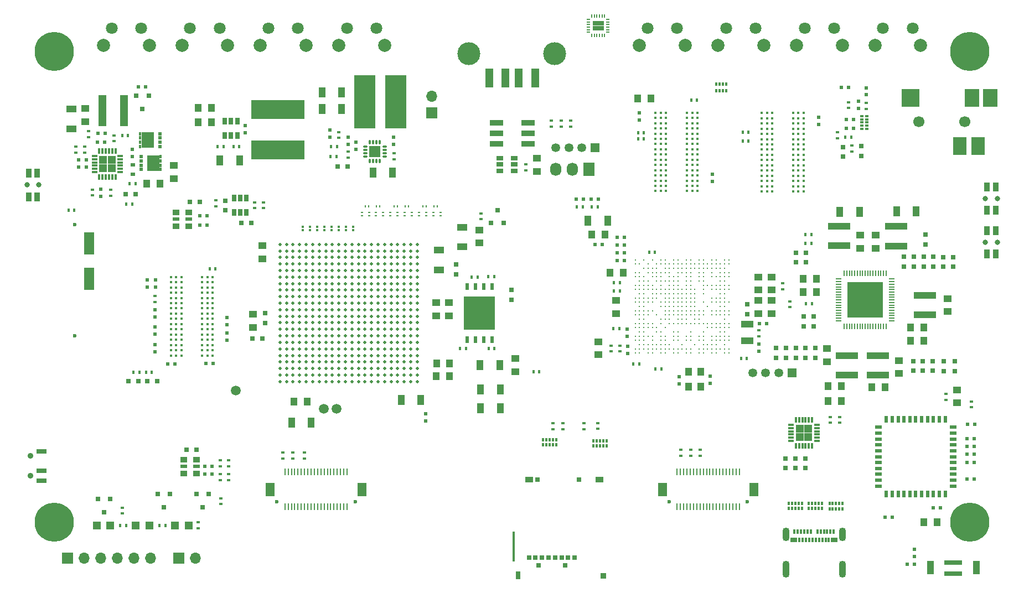
<source format=gts>
G04 #@! TF.FileFunction,Soldermask,Top*
%FSLAX46Y46*%
G04 Gerber Fmt 4.6, Leading zero omitted, Abs format (unit mm)*
G04 Created by KiCad (PCBNEW 4.0.5) date Sun Feb 12 14:34:10 2017*
%MOMM*%
%LPD*%
G01*
G04 APERTURE LIST*
%ADD10C,0.020000*%
%ADD11R,2.000000X0.900000*%
%ADD12R,0.600000X0.400000*%
%ADD13R,3.300000X8.200000*%
%ADD14R,0.800000X0.750000*%
%ADD15O,0.750000X0.300000*%
%ADD16O,0.300000X0.750000*%
%ADD17R,0.900000X0.900000*%
%ADD18C,0.400000*%
%ADD19R,0.500000X0.600000*%
%ADD20R,1.000000X1.250000*%
%ADD21R,0.400000X0.600000*%
%ADD22C,0.300000*%
%ADD23C,0.500000*%
%ADD24R,1.000000X2.000000*%
%ADD25R,2.800000X0.800000*%
%ADD26R,0.750000X0.800000*%
%ADD27R,0.600000X0.500000*%
%ADD28R,1.250000X1.000000*%
%ADD29R,1.000000X1.600000*%
%ADD30R,1.600000X1.000000*%
%ADD31R,1.198880X1.198880*%
%ADD32R,0.700000X0.600000*%
%ADD33R,0.300000X0.550000*%
%ADD34R,0.400000X0.550000*%
%ADD35R,0.250000X1.000000*%
%ADD36R,1.400000X2.100000*%
%ADD37C,0.600000*%
%ADD38C,1.700000*%
%ADD39R,2.200000X2.800000*%
%ADD40R,2.800000X2.800000*%
%ADD41R,2.000000X2.800000*%
%ADD42R,0.700000X0.750000*%
%ADD43R,0.700000X0.650000*%
%ADD44R,0.745000X1.150000*%
%ADD45R,0.950000X0.900000*%
%ADD46R,0.420000X4.630000*%
%ADD47R,1.300000X0.850000*%
%ADD48R,0.650000X0.750000*%
%ADD49R,1.200000X0.850000*%
%ADD50R,3.400000X1.100000*%
%ADD51R,1.180000X4.700000*%
%ADD52R,8.200000X3.000000*%
%ADD53R,1.350000X1.350000*%
%ADD54C,1.350000*%
%ADD55R,1.727200X2.032000*%
%ADD56O,1.727200X2.032000*%
%ADD57R,0.800100X0.800100*%
%ADD58R,0.630000X0.500000*%
%ADD59R,0.410000X0.500000*%
%ADD60R,1.900000X2.450000*%
%ADD61R,0.320000X0.500000*%
%ADD62R,1.500000X0.700000*%
%ADD63C,0.900000*%
%ADD64C,1.800000*%
%ADD65C,2.000000*%
%ADD66R,0.850000X0.300000*%
%ADD67R,0.300000X0.850000*%
%ADD68R,1.300000X1.300000*%
%ADD69O,0.200000X1.000000*%
%ADD70O,1.000000X0.200000*%
%ADD71R,5.490000X5.490000*%
%ADD72R,1.060000X0.650000*%
%ADD73R,0.500000X1.125000*%
%ADD74R,1.125000X0.500000*%
%ADD75R,0.500000X1.000000*%
%ADD76R,4.800000X5.160000*%
%ADD77R,0.650000X1.060000*%
%ADD78R,0.550000X0.200000*%
%ADD79R,0.200000X0.550000*%
%ADD80R,0.875000X0.800000*%
%ADD81R,1.050000X1.300000*%
%ADD82R,1.000000X0.500000*%
%ADD83R,1.000000X0.900000*%
%ADD84R,1.900000X1.100000*%
%ADD85R,1.250000X3.000000*%
%ADD86C,3.500000*%
%ADD87R,0.300000X0.700000*%
%ADD88R,1.000000X0.700000*%
%ADD89O,1.100000X2.100000*%
%ADD90O,1.100000X2.600000*%
%ADD91R,0.550000X0.300000*%
%ADD92R,0.550000X0.400000*%
%ADD93R,0.900000X1.400000*%
%ADD94C,0.800000*%
%ADD95C,6.000000*%
%ADD96R,0.430000X0.280000*%
%ADD97R,0.280000X0.430000*%
%ADD98R,1.700000X1.700000*%
%ADD99O,1.700000X1.700000*%
%ADD100R,1.600000X3.500000*%
%ADD101R,0.350000X0.300000*%
%ADD102C,1.500000*%
G04 APERTURE END LIST*
D10*
D11*
X97400000Y-51500000D03*
X97400000Y-53100000D03*
X97400000Y-49900000D03*
X92600000Y-49900000D03*
X92600000Y-51500000D03*
X92600000Y-53100000D03*
D12*
X29600000Y-54460000D03*
X29600000Y-53560000D03*
D13*
X77200000Y-46650000D03*
X72500000Y-46650000D03*
D14*
X55100000Y-65250000D03*
X53600000Y-65250000D03*
D15*
X75475000Y-55050000D03*
X75475000Y-54550000D03*
X75475000Y-54050000D03*
X75475000Y-53550000D03*
D16*
X74750000Y-52825000D03*
X74250000Y-52825000D03*
X73750000Y-52825000D03*
X73250000Y-52825000D03*
D15*
X72525000Y-53550000D03*
X72525000Y-54050000D03*
X72525000Y-54550000D03*
X72525000Y-55050000D03*
D16*
X73250000Y-55775000D03*
X73750000Y-55775000D03*
X74250000Y-55775000D03*
X74750000Y-55775000D03*
D17*
X73550000Y-53850000D03*
X73550000Y-54750000D03*
X74450000Y-53850000D03*
X74450000Y-54750000D03*
D18*
X49200000Y-85500000D03*
X49200000Y-84700000D03*
X49200000Y-83900000D03*
X49200000Y-83100000D03*
X49200000Y-82300000D03*
X49200000Y-81500000D03*
X49200000Y-80700000D03*
X49200000Y-79900000D03*
X49200000Y-79100000D03*
X49200000Y-78300000D03*
X49200000Y-77500000D03*
X49200000Y-76700000D03*
X49200000Y-75900000D03*
X49200000Y-75100000D03*
X49200000Y-74300000D03*
X49200000Y-73500000D03*
X48400000Y-85500000D03*
X48400000Y-84700000D03*
X48400000Y-83900000D03*
X48400000Y-83100000D03*
X48400000Y-82300000D03*
X48400000Y-81500000D03*
X48400000Y-80700000D03*
X48400000Y-79900000D03*
X48400000Y-79100000D03*
X48400000Y-78300000D03*
X48400000Y-77500000D03*
X48400000Y-76700000D03*
X48400000Y-75900000D03*
X48400000Y-75100000D03*
X48400000Y-74300000D03*
X48400000Y-73500000D03*
X47600000Y-85500000D03*
X47600000Y-84700000D03*
X47600000Y-83900000D03*
X47600000Y-83100000D03*
X47600000Y-82300000D03*
X47600000Y-81500000D03*
X47600000Y-80700000D03*
X47600000Y-79900000D03*
X47600000Y-79100000D03*
X47600000Y-78300000D03*
X47600000Y-77500000D03*
X47600000Y-76700000D03*
X47600000Y-75900000D03*
X47600000Y-75100000D03*
X47600000Y-74300000D03*
X47600000Y-73500000D03*
X44400000Y-85500000D03*
X44400000Y-84700000D03*
X44400000Y-83900000D03*
X44400000Y-83100000D03*
X44400000Y-82300000D03*
X44400000Y-81500000D03*
X44400000Y-80700000D03*
X44400000Y-79900000D03*
X44400000Y-79100000D03*
X44400000Y-78300000D03*
X44400000Y-77500000D03*
X44400000Y-76700000D03*
X44400000Y-75900000D03*
X44400000Y-75100000D03*
X44400000Y-74300000D03*
X44400000Y-73500000D03*
X43600000Y-85500000D03*
X43600000Y-84700000D03*
X43600000Y-83900000D03*
X43600000Y-83100000D03*
X43600000Y-82300000D03*
X43600000Y-81500000D03*
X43600000Y-80700000D03*
X43600000Y-79900000D03*
X43600000Y-79100000D03*
X43600000Y-78300000D03*
X43600000Y-77500000D03*
X43600000Y-76700000D03*
X43600000Y-75900000D03*
X43600000Y-75100000D03*
X43600000Y-74300000D03*
X43600000Y-73500000D03*
X42800000Y-85500000D03*
X42800000Y-84700000D03*
X42800000Y-83900000D03*
X42800000Y-83100000D03*
X42800000Y-82300000D03*
X42800000Y-81500000D03*
X42800000Y-80700000D03*
X42800000Y-79900000D03*
X42800000Y-79100000D03*
X42800000Y-78300000D03*
X42800000Y-77500000D03*
X42800000Y-76700000D03*
X42800000Y-75900000D03*
X42800000Y-75100000D03*
X42800000Y-74300000D03*
X42800000Y-73500000D03*
X123350000Y-60350000D03*
X123350000Y-59550000D03*
X123350000Y-58750000D03*
X123350000Y-57950000D03*
X123350000Y-57150000D03*
X123350000Y-56350000D03*
X123350000Y-55550000D03*
X123350000Y-54750000D03*
X123350000Y-53950000D03*
X123350000Y-53150000D03*
X123350000Y-52350000D03*
X123350000Y-51550000D03*
X123350000Y-50750000D03*
X123350000Y-49950000D03*
X123350000Y-49150000D03*
X123350000Y-48350000D03*
X122550000Y-60350000D03*
X122550000Y-59550000D03*
X122550000Y-58750000D03*
X122550000Y-57950000D03*
X122550000Y-57150000D03*
X122550000Y-56350000D03*
X122550000Y-55550000D03*
X122550000Y-54750000D03*
X122550000Y-53950000D03*
X122550000Y-53150000D03*
X122550000Y-52350000D03*
X122550000Y-51550000D03*
X122550000Y-50750000D03*
X122550000Y-49950000D03*
X122550000Y-49150000D03*
X122550000Y-48350000D03*
X121750000Y-60350000D03*
X121750000Y-59550000D03*
X121750000Y-58750000D03*
X121750000Y-57950000D03*
X121750000Y-57150000D03*
X121750000Y-56350000D03*
X121750000Y-55550000D03*
X121750000Y-54750000D03*
X121750000Y-53950000D03*
X121750000Y-53150000D03*
X121750000Y-52350000D03*
X121750000Y-51550000D03*
X121750000Y-50750000D03*
X121750000Y-49950000D03*
X121750000Y-49150000D03*
X121750000Y-48350000D03*
X118550000Y-60350000D03*
X118550000Y-59550000D03*
X118550000Y-58750000D03*
X118550000Y-57950000D03*
X118550000Y-57150000D03*
X118550000Y-56350000D03*
X118550000Y-55550000D03*
X118550000Y-54750000D03*
X118550000Y-53950000D03*
X118550000Y-53150000D03*
X118550000Y-52350000D03*
X118550000Y-51550000D03*
X118550000Y-50750000D03*
X118550000Y-49950000D03*
X118550000Y-49150000D03*
X118550000Y-48350000D03*
X117750000Y-60350000D03*
X117750000Y-59550000D03*
X117750000Y-58750000D03*
X117750000Y-57950000D03*
X117750000Y-57150000D03*
X117750000Y-56350000D03*
X117750000Y-55550000D03*
X117750000Y-54750000D03*
X117750000Y-53950000D03*
X117750000Y-53150000D03*
X117750000Y-52350000D03*
X117750000Y-51550000D03*
X117750000Y-50750000D03*
X117750000Y-49950000D03*
X117750000Y-49150000D03*
X117750000Y-48350000D03*
X116950000Y-60350000D03*
X116950000Y-59550000D03*
X116950000Y-58750000D03*
X116950000Y-57950000D03*
X116950000Y-57150000D03*
X116950000Y-56350000D03*
X116950000Y-55550000D03*
X116950000Y-54750000D03*
X116950000Y-53950000D03*
X116950000Y-53150000D03*
X116950000Y-52350000D03*
X116950000Y-51550000D03*
X116950000Y-50750000D03*
X116950000Y-49950000D03*
X116950000Y-49150000D03*
X116950000Y-48350000D03*
X139600000Y-60400000D03*
X139600000Y-59600000D03*
X139600000Y-58800000D03*
X139600000Y-58000000D03*
X139600000Y-57200000D03*
X139600000Y-56400000D03*
X139600000Y-55600000D03*
X139600000Y-54800000D03*
X139600000Y-54000000D03*
X139600000Y-53200000D03*
X139600000Y-52400000D03*
X139600000Y-51600000D03*
X139600000Y-50800000D03*
X139600000Y-50000000D03*
X139600000Y-49200000D03*
X139600000Y-48400000D03*
X138800000Y-60400000D03*
X138800000Y-59600000D03*
X138800000Y-58800000D03*
X138800000Y-58000000D03*
X138800000Y-57200000D03*
X138800000Y-56400000D03*
X138800000Y-55600000D03*
X138800000Y-54800000D03*
X138800000Y-54000000D03*
X138800000Y-53200000D03*
X138800000Y-52400000D03*
X138800000Y-51600000D03*
X138800000Y-50800000D03*
X138800000Y-50000000D03*
X138800000Y-49200000D03*
X138800000Y-48400000D03*
X138000000Y-60400000D03*
X138000000Y-59600000D03*
X138000000Y-58800000D03*
X138000000Y-58000000D03*
X138000000Y-57200000D03*
X138000000Y-56400000D03*
X138000000Y-55600000D03*
X138000000Y-54800000D03*
X138000000Y-54000000D03*
X138000000Y-53200000D03*
X138000000Y-52400000D03*
X138000000Y-51600000D03*
X138000000Y-50800000D03*
X138000000Y-50000000D03*
X138000000Y-49200000D03*
X138000000Y-48400000D03*
X134800000Y-60400000D03*
X134800000Y-59600000D03*
X134800000Y-58800000D03*
X134800000Y-58000000D03*
X134800000Y-57200000D03*
X134800000Y-56400000D03*
X134800000Y-55600000D03*
X134800000Y-54800000D03*
X134800000Y-54000000D03*
X134800000Y-53200000D03*
X134800000Y-52400000D03*
X134800000Y-51600000D03*
X134800000Y-50800000D03*
X134800000Y-50000000D03*
X134800000Y-49200000D03*
X134800000Y-48400000D03*
X134000000Y-60400000D03*
X134000000Y-59600000D03*
X134000000Y-58800000D03*
X134000000Y-58000000D03*
X134000000Y-57200000D03*
X134000000Y-56400000D03*
X134000000Y-55600000D03*
X134000000Y-54800000D03*
X134000000Y-54000000D03*
X134000000Y-53200000D03*
X134000000Y-52400000D03*
X134000000Y-51600000D03*
X134000000Y-50800000D03*
X134000000Y-50000000D03*
X134000000Y-49200000D03*
X134000000Y-48400000D03*
X133200000Y-60400000D03*
X133200000Y-59600000D03*
X133200000Y-58800000D03*
X133200000Y-58000000D03*
X133200000Y-57200000D03*
X133200000Y-56400000D03*
X133200000Y-55600000D03*
X133200000Y-54800000D03*
X133200000Y-54000000D03*
X133200000Y-53200000D03*
X133200000Y-52400000D03*
X133200000Y-51600000D03*
X133200000Y-50800000D03*
X133200000Y-50000000D03*
X133200000Y-49200000D03*
X133200000Y-48400000D03*
D19*
X114500000Y-49500000D03*
X114500000Y-48400000D03*
D20*
X109180000Y-67030000D03*
X107180000Y-67030000D03*
D21*
X115970000Y-69730000D03*
X116870000Y-69730000D03*
D22*
X128150000Y-70850000D03*
X127500000Y-70850000D03*
X126200000Y-70850000D03*
X125550000Y-70850000D03*
X124250000Y-70850000D03*
X123600000Y-70850000D03*
X122300000Y-70850000D03*
X121650000Y-70850000D03*
X120350000Y-70850000D03*
X119700000Y-70850000D03*
X118400000Y-70850000D03*
X117750000Y-70850000D03*
X116450000Y-70850000D03*
X115150000Y-70850000D03*
X113850000Y-70850000D03*
X128150000Y-71500000D03*
X127500000Y-71500000D03*
X126850000Y-71500000D03*
X126200000Y-71500000D03*
X125550000Y-71500000D03*
X124900000Y-71500000D03*
X124250000Y-71500000D03*
X123600000Y-71500000D03*
X122950000Y-71500000D03*
X122300000Y-71500000D03*
X121650000Y-71500000D03*
X121000000Y-71500000D03*
X120350000Y-71500000D03*
X119700000Y-71500000D03*
X119050000Y-71500000D03*
X118400000Y-71500000D03*
X117750000Y-71500000D03*
X117100000Y-71500000D03*
X115800000Y-71500000D03*
X114500000Y-71500000D03*
X113850000Y-71500000D03*
X127500000Y-72150000D03*
X126850000Y-72150000D03*
X126200000Y-72150000D03*
X125550000Y-72150000D03*
X124900000Y-72150000D03*
X124250000Y-72150000D03*
X123600000Y-72150000D03*
X122950000Y-72150000D03*
X122300000Y-72150000D03*
X121650000Y-72150000D03*
X121000000Y-72150000D03*
X120350000Y-72150000D03*
X119700000Y-72150000D03*
X119050000Y-72150000D03*
X118400000Y-72150000D03*
X117100000Y-72150000D03*
X116450000Y-72150000D03*
X115800000Y-72150000D03*
X115150000Y-72150000D03*
X128150000Y-72800000D03*
X127500000Y-72800000D03*
X126850000Y-72800000D03*
X125550000Y-72800000D03*
X124250000Y-72800000D03*
X123600000Y-72800000D03*
X122300000Y-72800000D03*
X121650000Y-72800000D03*
X121000000Y-72800000D03*
X120350000Y-72800000D03*
X119050000Y-72800000D03*
X118400000Y-72800000D03*
X117750000Y-72800000D03*
X117100000Y-72800000D03*
X116450000Y-72800000D03*
X115800000Y-72800000D03*
X114500000Y-72800000D03*
X113850000Y-72800000D03*
X128150000Y-73450000D03*
X127500000Y-73450000D03*
X126850000Y-73450000D03*
X126200000Y-73450000D03*
X125550000Y-73450000D03*
X124250000Y-73450000D03*
X123600000Y-73450000D03*
X122300000Y-73450000D03*
X121650000Y-73450000D03*
X120350000Y-73450000D03*
X119700000Y-73450000D03*
X119050000Y-73450000D03*
X117750000Y-73450000D03*
X117100000Y-73450000D03*
X116450000Y-73450000D03*
X115150000Y-73450000D03*
X114500000Y-73450000D03*
X113850000Y-73450000D03*
X127500000Y-74100000D03*
X126850000Y-74100000D03*
X124250000Y-74100000D03*
X123600000Y-74100000D03*
X122300000Y-74100000D03*
X121650000Y-74100000D03*
X120350000Y-74100000D03*
X119700000Y-74100000D03*
X119050000Y-74100000D03*
X118400000Y-74100000D03*
X117750000Y-74100000D03*
X117100000Y-74100000D03*
X115800000Y-74100000D03*
X115150000Y-74100000D03*
X114500000Y-74100000D03*
X128150000Y-74750000D03*
X127500000Y-74750000D03*
X126850000Y-74750000D03*
X126200000Y-74750000D03*
X125550000Y-74750000D03*
X124900000Y-74750000D03*
X124250000Y-74750000D03*
X122300000Y-74750000D03*
X121650000Y-74750000D03*
X120350000Y-74750000D03*
X119700000Y-74750000D03*
X119050000Y-74750000D03*
X117750000Y-74750000D03*
X116450000Y-74750000D03*
X115800000Y-74750000D03*
X115150000Y-74750000D03*
X114500000Y-74750000D03*
X113850000Y-74750000D03*
X128150000Y-75400000D03*
X127500000Y-75400000D03*
X126850000Y-75400000D03*
X126200000Y-75400000D03*
X125550000Y-75400000D03*
X124250000Y-75400000D03*
X122950000Y-75400000D03*
X122300000Y-75400000D03*
X121650000Y-75400000D03*
X121000000Y-75400000D03*
X120350000Y-75400000D03*
X119700000Y-75400000D03*
X119050000Y-75400000D03*
X118400000Y-75400000D03*
X117750000Y-75400000D03*
X117100000Y-75400000D03*
X116450000Y-75400000D03*
X115800000Y-75400000D03*
X115150000Y-75400000D03*
X114500000Y-75400000D03*
X113850000Y-75400000D03*
X127500000Y-76050000D03*
X126850000Y-76050000D03*
X124250000Y-76050000D03*
X122950000Y-76050000D03*
X122300000Y-76050000D03*
X121650000Y-76050000D03*
X121000000Y-76050000D03*
X120350000Y-76050000D03*
X119700000Y-76050000D03*
X119050000Y-76050000D03*
X118400000Y-76050000D03*
X117750000Y-76050000D03*
X117100000Y-76050000D03*
X116450000Y-76050000D03*
X115150000Y-76050000D03*
X114500000Y-76050000D03*
X127500000Y-76700000D03*
X126850000Y-76700000D03*
X126200000Y-76700000D03*
X125550000Y-76700000D03*
X122950000Y-76700000D03*
X122300000Y-76700000D03*
X121650000Y-76700000D03*
X121000000Y-76700000D03*
X120350000Y-76700000D03*
X119700000Y-76700000D03*
X119050000Y-76700000D03*
X118400000Y-76700000D03*
X117100000Y-76700000D03*
X116450000Y-76700000D03*
X115800000Y-76700000D03*
X115150000Y-76700000D03*
X114500000Y-76700000D03*
X113850000Y-76700000D03*
X128150000Y-77350000D03*
X127500000Y-77350000D03*
X126850000Y-77350000D03*
X126200000Y-77350000D03*
X125550000Y-77350000D03*
X124250000Y-77350000D03*
X122950000Y-77350000D03*
X122300000Y-77350000D03*
X121650000Y-77350000D03*
X121000000Y-77350000D03*
X120350000Y-77350000D03*
X119700000Y-77350000D03*
X119050000Y-77350000D03*
X118400000Y-77350000D03*
X117750000Y-77350000D03*
X116450000Y-77350000D03*
X115800000Y-77350000D03*
X115150000Y-77350000D03*
X114500000Y-77350000D03*
X113850000Y-77350000D03*
X127500000Y-78000000D03*
X126850000Y-78000000D03*
X124900000Y-78000000D03*
X122950000Y-78000000D03*
X122300000Y-78000000D03*
X121650000Y-78000000D03*
X121000000Y-78000000D03*
X120350000Y-78000000D03*
X119700000Y-78000000D03*
X119050000Y-78000000D03*
X118400000Y-78000000D03*
X117750000Y-78000000D03*
X115150000Y-78000000D03*
X114500000Y-78000000D03*
X128150000Y-78650000D03*
X127500000Y-78650000D03*
X126850000Y-78650000D03*
X126200000Y-78650000D03*
X125550000Y-78650000D03*
X124250000Y-78650000D03*
X123600000Y-78650000D03*
X122950000Y-78650000D03*
X122300000Y-78650000D03*
X121650000Y-78650000D03*
X121000000Y-78650000D03*
X120350000Y-78650000D03*
X119700000Y-78650000D03*
X119050000Y-78650000D03*
X118400000Y-78650000D03*
X116450000Y-78650000D03*
X115800000Y-78650000D03*
X115150000Y-78650000D03*
X114500000Y-78650000D03*
X113850000Y-78650000D03*
X128150000Y-79300000D03*
X127500000Y-79300000D03*
X126850000Y-79300000D03*
X126200000Y-79300000D03*
X125550000Y-79300000D03*
X124250000Y-79300000D03*
X123600000Y-79300000D03*
X122950000Y-79300000D03*
X122300000Y-79300000D03*
X121650000Y-79300000D03*
X121000000Y-79300000D03*
X120350000Y-79300000D03*
X119700000Y-79300000D03*
X119050000Y-79300000D03*
X118400000Y-79300000D03*
X117100000Y-79300000D03*
X115800000Y-79300000D03*
X115150000Y-79300000D03*
X114500000Y-79300000D03*
X113850000Y-79300000D03*
X127500000Y-79950000D03*
X123600000Y-79950000D03*
X122950000Y-79950000D03*
X121650000Y-79950000D03*
X121000000Y-79950000D03*
X120350000Y-79950000D03*
X119050000Y-79950000D03*
X118400000Y-79950000D03*
X117750000Y-79950000D03*
X115150000Y-79950000D03*
X114500000Y-79950000D03*
X128150000Y-80600000D03*
X127500000Y-80600000D03*
X126850000Y-80600000D03*
X126200000Y-80600000D03*
X125550000Y-80600000D03*
X124900000Y-80600000D03*
X124250000Y-80600000D03*
X123600000Y-80600000D03*
X122950000Y-80600000D03*
X122300000Y-80600000D03*
X121650000Y-80600000D03*
X121000000Y-80600000D03*
X120350000Y-80600000D03*
X119700000Y-80600000D03*
X119050000Y-80600000D03*
X117750000Y-80600000D03*
X116450000Y-80600000D03*
X115800000Y-80600000D03*
X115150000Y-80600000D03*
X114500000Y-80600000D03*
X113850000Y-80600000D03*
X128150000Y-81250000D03*
X127500000Y-81250000D03*
X126850000Y-81250000D03*
X126200000Y-81250000D03*
X125550000Y-81250000D03*
X124900000Y-81250000D03*
X118400000Y-81250000D03*
X117100000Y-81250000D03*
X116450000Y-81250000D03*
X115800000Y-81250000D03*
X115150000Y-81250000D03*
X114500000Y-81250000D03*
X113850000Y-81250000D03*
X127500000Y-81900000D03*
X126850000Y-81900000D03*
X124250000Y-81900000D03*
X122300000Y-81900000D03*
X120350000Y-81900000D03*
X119700000Y-81900000D03*
X117750000Y-81900000D03*
X117100000Y-81900000D03*
X115150000Y-81900000D03*
X114500000Y-81900000D03*
X128150000Y-82550000D03*
X127500000Y-82550000D03*
X126850000Y-82550000D03*
X126200000Y-82550000D03*
X125550000Y-82550000D03*
X124250000Y-82550000D03*
X123600000Y-82550000D03*
X122300000Y-82550000D03*
X121650000Y-82550000D03*
X120350000Y-82550000D03*
X119700000Y-82550000D03*
X118400000Y-82550000D03*
X117750000Y-82550000D03*
X116450000Y-82550000D03*
X115800000Y-82550000D03*
X115150000Y-82550000D03*
X114500000Y-82550000D03*
X113850000Y-82550000D03*
X128150000Y-83200000D03*
X127500000Y-83200000D03*
X126850000Y-83200000D03*
X126200000Y-83200000D03*
X125550000Y-83200000D03*
X124250000Y-83200000D03*
X123600000Y-83200000D03*
X122300000Y-83200000D03*
X121650000Y-83200000D03*
X120350000Y-83200000D03*
X119700000Y-83200000D03*
X118400000Y-83200000D03*
X117750000Y-83200000D03*
X116450000Y-83200000D03*
X115150000Y-83200000D03*
X114500000Y-83200000D03*
X113850000Y-83200000D03*
X127500000Y-83850000D03*
X126200000Y-83850000D03*
X125550000Y-83850000D03*
X124900000Y-83850000D03*
X124250000Y-83850000D03*
X122950000Y-83850000D03*
X121000000Y-83850000D03*
X119050000Y-83850000D03*
X118400000Y-83850000D03*
X117750000Y-83850000D03*
X117100000Y-83850000D03*
X116450000Y-83850000D03*
X115800000Y-83850000D03*
X115150000Y-83850000D03*
X114500000Y-83850000D03*
X128150000Y-84500000D03*
X127500000Y-84500000D03*
X126850000Y-84500000D03*
X126200000Y-84500000D03*
X125550000Y-84500000D03*
X124900000Y-84500000D03*
X124250000Y-84500000D03*
X123600000Y-84500000D03*
X122300000Y-84500000D03*
X121650000Y-84500000D03*
X121000000Y-84500000D03*
X120350000Y-84500000D03*
X119700000Y-84500000D03*
X119050000Y-84500000D03*
X118400000Y-84500000D03*
X117750000Y-84500000D03*
X117100000Y-84500000D03*
X116450000Y-84500000D03*
X115800000Y-84500000D03*
X115150000Y-84500000D03*
X114500000Y-84500000D03*
X113850000Y-84500000D03*
X128150000Y-85150000D03*
X127500000Y-85150000D03*
X126200000Y-85150000D03*
X125550000Y-85150000D03*
X124250000Y-85150000D03*
X123600000Y-85150000D03*
X122300000Y-85150000D03*
X121650000Y-85150000D03*
X120350000Y-85150000D03*
X119700000Y-85150000D03*
X118400000Y-85150000D03*
X117750000Y-85150000D03*
X116450000Y-85150000D03*
X115800000Y-85150000D03*
X114500000Y-85150000D03*
X113850000Y-85150000D03*
D23*
X59500000Y-68500000D03*
X59500000Y-69500000D03*
X59500000Y-70500000D03*
X59500000Y-71500000D03*
X59500000Y-72500000D03*
X59500000Y-73500000D03*
X59500000Y-74500000D03*
X59500000Y-75500000D03*
X59500000Y-76500000D03*
X59500000Y-77500000D03*
X59500000Y-78500000D03*
X59500000Y-79500000D03*
X59500000Y-80500000D03*
X59500000Y-81500000D03*
X59500000Y-82500000D03*
X59500000Y-83500000D03*
X59500000Y-84500000D03*
X59500000Y-85500000D03*
X59500000Y-86500000D03*
X59500000Y-87500000D03*
X59500000Y-88500000D03*
X59500000Y-89500000D03*
X60500000Y-68500000D03*
X60500000Y-69500000D03*
X60500000Y-70500000D03*
X60500000Y-71500000D03*
X60500000Y-72500000D03*
X60500000Y-73500000D03*
X60500000Y-74500000D03*
X60500000Y-75500000D03*
X60500000Y-76500000D03*
X60500000Y-77500000D03*
X60500000Y-78500000D03*
X60500000Y-79500000D03*
X60500000Y-80500000D03*
X60500000Y-81500000D03*
X60500000Y-82500000D03*
X60500000Y-83500000D03*
X60500000Y-84500000D03*
X60500000Y-85500000D03*
X60500000Y-86500000D03*
X60500000Y-87500000D03*
X60500000Y-88500000D03*
X60500000Y-89500000D03*
X61500000Y-68500000D03*
X61500000Y-69500000D03*
X61500000Y-70500000D03*
X61500000Y-71500000D03*
X61500000Y-72500000D03*
X61500000Y-73500000D03*
X61500000Y-74500000D03*
X61500000Y-75500000D03*
X61500000Y-76500000D03*
X61500000Y-77500000D03*
X61500000Y-78500000D03*
X61500000Y-79500000D03*
X61500000Y-80500000D03*
X61500000Y-81500000D03*
X61500000Y-82500000D03*
X61500000Y-83500000D03*
X61500000Y-84500000D03*
X61500000Y-85500000D03*
X61500000Y-86500000D03*
X61500000Y-87500000D03*
X61500000Y-88500000D03*
X61500000Y-89500000D03*
X62500000Y-68500000D03*
X62500000Y-69500000D03*
X62500000Y-70500000D03*
X62500000Y-71500000D03*
X62500000Y-72500000D03*
X62500000Y-73500000D03*
X62500000Y-74500000D03*
X62500000Y-75500000D03*
X62500000Y-76500000D03*
X62500000Y-77500000D03*
X62500000Y-78500000D03*
X62500000Y-79500000D03*
X62500000Y-80500000D03*
X62500000Y-81500000D03*
X62500000Y-82500000D03*
X62500000Y-83500000D03*
X62500000Y-84500000D03*
X62500000Y-85500000D03*
X62500000Y-86500000D03*
X62500000Y-87500000D03*
X62500000Y-88500000D03*
X62500000Y-89500000D03*
X63500000Y-68500000D03*
X63500000Y-69500000D03*
X63500000Y-70500000D03*
X63500000Y-71500000D03*
X63500000Y-72500000D03*
X63500000Y-73500000D03*
X63500000Y-74500000D03*
X63500000Y-75500000D03*
X63500000Y-76500000D03*
X63500000Y-77500000D03*
X63500000Y-78500000D03*
X63500000Y-79500000D03*
X63500000Y-80500000D03*
X63500000Y-81500000D03*
X63500000Y-82500000D03*
X63500000Y-83500000D03*
X63500000Y-84500000D03*
X63500000Y-85500000D03*
X63500000Y-86500000D03*
X63500000Y-87500000D03*
X63500000Y-88500000D03*
X63500000Y-89500000D03*
X64500000Y-68500000D03*
X64500000Y-69500000D03*
X64500000Y-70500000D03*
X64500000Y-71500000D03*
X64500000Y-72500000D03*
X64500000Y-73500000D03*
X64500000Y-74500000D03*
X64500000Y-75500000D03*
X64500000Y-76500000D03*
X64500000Y-77500000D03*
X64500000Y-78500000D03*
X64500000Y-79500000D03*
X64500000Y-80500000D03*
X64500000Y-81500000D03*
X64500000Y-82500000D03*
X64500000Y-83500000D03*
X64500000Y-84500000D03*
X64500000Y-85500000D03*
X64500000Y-86500000D03*
X64500000Y-87500000D03*
X64500000Y-88500000D03*
X64500000Y-89500000D03*
X65500000Y-68500000D03*
X65500000Y-69500000D03*
X65500000Y-70500000D03*
X65500000Y-71500000D03*
X65500000Y-72500000D03*
X65500000Y-73500000D03*
X65500000Y-74500000D03*
X65500000Y-75500000D03*
X65500000Y-76500000D03*
X65500000Y-77500000D03*
X65500000Y-78500000D03*
X65500000Y-79500000D03*
X65500000Y-80500000D03*
X65500000Y-81500000D03*
X65500000Y-82500000D03*
X65500000Y-83500000D03*
X65500000Y-84500000D03*
X65500000Y-85500000D03*
X65500000Y-86500000D03*
X65500000Y-87500000D03*
X65500000Y-88500000D03*
X65500000Y-89500000D03*
X66500000Y-68500000D03*
X66500000Y-69500000D03*
X66500000Y-70500000D03*
X66500000Y-71500000D03*
X66500000Y-72500000D03*
X66500000Y-73500000D03*
X66500000Y-74500000D03*
X66500000Y-75500000D03*
X66500000Y-76500000D03*
X66500000Y-77500000D03*
X66500000Y-78500000D03*
X66500000Y-79500000D03*
X66500000Y-80500000D03*
X66500000Y-81500000D03*
X66500000Y-82500000D03*
X66500000Y-83500000D03*
X66500000Y-84500000D03*
X66500000Y-85500000D03*
X66500000Y-86500000D03*
X66500000Y-87500000D03*
X66500000Y-88500000D03*
X66500000Y-89500000D03*
X67500000Y-68500000D03*
X67500000Y-69500000D03*
X67500000Y-70500000D03*
X67500000Y-71500000D03*
X67500000Y-72500000D03*
X67500000Y-73500000D03*
X67500000Y-74500000D03*
X67500000Y-75500000D03*
X67500000Y-76500000D03*
X67500000Y-77500000D03*
X67500000Y-78500000D03*
X67500000Y-79500000D03*
X67500000Y-80500000D03*
X67500000Y-81500000D03*
X67500000Y-82500000D03*
X67500000Y-83500000D03*
X67500000Y-84500000D03*
X67500000Y-85500000D03*
X67500000Y-86500000D03*
X67500000Y-87500000D03*
X67500000Y-88500000D03*
X67500000Y-89500000D03*
X68500000Y-68500000D03*
X68500000Y-69500000D03*
X68500000Y-70500000D03*
X68500000Y-71500000D03*
X68500000Y-72500000D03*
X68500000Y-73500000D03*
X68500000Y-74500000D03*
X68500000Y-75500000D03*
X68500000Y-76500000D03*
X68500000Y-77500000D03*
X68500000Y-78500000D03*
X68500000Y-79500000D03*
X68500000Y-80500000D03*
X68500000Y-81500000D03*
X68500000Y-82500000D03*
X68500000Y-83500000D03*
X68500000Y-84500000D03*
X68500000Y-85500000D03*
X68500000Y-86500000D03*
X68500000Y-87500000D03*
X68500000Y-88500000D03*
X68500000Y-89500000D03*
X69500000Y-68500000D03*
X69500000Y-69500000D03*
X69500000Y-70500000D03*
X69500000Y-71500000D03*
X69500000Y-72500000D03*
X69500000Y-73500000D03*
X69500000Y-74500000D03*
X69500000Y-75500000D03*
X69500000Y-76500000D03*
X69500000Y-77500000D03*
X69500000Y-78500000D03*
X69500000Y-79500000D03*
X69500000Y-80500000D03*
X69500000Y-81500000D03*
X69500000Y-82500000D03*
X69500000Y-83500000D03*
X69500000Y-84500000D03*
X69500000Y-85500000D03*
X69500000Y-86500000D03*
X69500000Y-87500000D03*
X69500000Y-88500000D03*
X69500000Y-89500000D03*
X70500000Y-68500000D03*
X70500000Y-69500000D03*
X70500000Y-70500000D03*
X70500000Y-71500000D03*
X70500000Y-72500000D03*
X70500000Y-73500000D03*
X70500000Y-74500000D03*
X70500000Y-75500000D03*
X70500000Y-76500000D03*
X70500000Y-77500000D03*
X70500000Y-78500000D03*
X70500000Y-79500000D03*
X70500000Y-80500000D03*
X70500000Y-81500000D03*
X70500000Y-82500000D03*
X70500000Y-83500000D03*
X70500000Y-84500000D03*
X70500000Y-85500000D03*
X70500000Y-86500000D03*
X70500000Y-87500000D03*
X70500000Y-88500000D03*
X70500000Y-89500000D03*
X71500000Y-68500000D03*
X71500000Y-69500000D03*
X71500000Y-70500000D03*
X71500000Y-71500000D03*
X71500000Y-72500000D03*
X71500000Y-73500000D03*
X71500000Y-74500000D03*
X71500000Y-75500000D03*
X71500000Y-76500000D03*
X71500000Y-77500000D03*
X71500000Y-78500000D03*
X71500000Y-79500000D03*
X71500000Y-80500000D03*
X71500000Y-81500000D03*
X71500000Y-82500000D03*
X71500000Y-83500000D03*
X71500000Y-84500000D03*
X71500000Y-85500000D03*
X71500000Y-86500000D03*
X71500000Y-87500000D03*
X71500000Y-88500000D03*
X71500000Y-89500000D03*
X72500000Y-68500000D03*
X72500000Y-69500000D03*
X72500000Y-70500000D03*
X72500000Y-71500000D03*
X72500000Y-72500000D03*
X72500000Y-73500000D03*
X72500000Y-74500000D03*
X72500000Y-75500000D03*
X72500000Y-76500000D03*
X72500000Y-77500000D03*
X72500000Y-78500000D03*
X72500000Y-79500000D03*
X72500000Y-80500000D03*
X72500000Y-81500000D03*
X72500000Y-82500000D03*
X72500000Y-83500000D03*
X72500000Y-84500000D03*
X72500000Y-85500000D03*
X72500000Y-86500000D03*
X72500000Y-87500000D03*
X72500000Y-88500000D03*
X72500000Y-89500000D03*
X73500000Y-68500000D03*
X73500000Y-69500000D03*
X73500000Y-70500000D03*
X73500000Y-71500000D03*
X73500000Y-72500000D03*
X73500000Y-73500000D03*
X73500000Y-74500000D03*
X73500000Y-75500000D03*
X73500000Y-76500000D03*
X73500000Y-77500000D03*
X73500000Y-78500000D03*
X73500000Y-79500000D03*
X73500000Y-80500000D03*
X73500000Y-81500000D03*
X73500000Y-82500000D03*
X73500000Y-83500000D03*
X73500000Y-84500000D03*
X73500000Y-85500000D03*
X73500000Y-86500000D03*
X73500000Y-87500000D03*
X73500000Y-88500000D03*
X73500000Y-89500000D03*
X74500000Y-68500000D03*
X74500000Y-69500000D03*
X74500000Y-70500000D03*
X74500000Y-71500000D03*
X74500000Y-72500000D03*
X74500000Y-73500000D03*
X74500000Y-74500000D03*
X74500000Y-75500000D03*
X74500000Y-76500000D03*
X74500000Y-77500000D03*
X74500000Y-78500000D03*
X74500000Y-79500000D03*
X74500000Y-80500000D03*
X74500000Y-81500000D03*
X74500000Y-82500000D03*
X74500000Y-83500000D03*
X74500000Y-84500000D03*
X74500000Y-85500000D03*
X74500000Y-86500000D03*
X74500000Y-87500000D03*
X74500000Y-88500000D03*
X74500000Y-89500000D03*
X75500000Y-68500000D03*
X75500000Y-69500000D03*
X75500000Y-70500000D03*
X75500000Y-71500000D03*
X75500000Y-72500000D03*
X75500000Y-73500000D03*
X75500000Y-74500000D03*
X75500000Y-75500000D03*
X75500000Y-76500000D03*
X75500000Y-77500000D03*
X75500000Y-78500000D03*
X75500000Y-79500000D03*
X75500000Y-80500000D03*
X75500000Y-81500000D03*
X75500000Y-82500000D03*
X75500000Y-83500000D03*
X75500000Y-84500000D03*
X75500000Y-85500000D03*
X75500000Y-86500000D03*
X75500000Y-87500000D03*
X75500000Y-88500000D03*
X75500000Y-89500000D03*
X76500000Y-68500000D03*
X76500000Y-69500000D03*
X76500000Y-70500000D03*
X76500000Y-71500000D03*
X76500000Y-72500000D03*
X76500000Y-73500000D03*
X76500000Y-74500000D03*
X76500000Y-75500000D03*
X76500000Y-76500000D03*
X76500000Y-77500000D03*
X76500000Y-78500000D03*
X76500000Y-79500000D03*
X76500000Y-80500000D03*
X76500000Y-81500000D03*
X76500000Y-82500000D03*
X76500000Y-83500000D03*
X76500000Y-84500000D03*
X76500000Y-85500000D03*
X76500000Y-86500000D03*
X76500000Y-87500000D03*
X76500000Y-88500000D03*
X76500000Y-89500000D03*
X77500000Y-68500000D03*
X77500000Y-69500000D03*
X77500000Y-70500000D03*
X77500000Y-71500000D03*
X77500000Y-72500000D03*
X77500000Y-73500000D03*
X77500000Y-74500000D03*
X77500000Y-75500000D03*
X77500000Y-76500000D03*
X77500000Y-77500000D03*
X77500000Y-78500000D03*
X77500000Y-79500000D03*
X77500000Y-80500000D03*
X77500000Y-81500000D03*
X77500000Y-82500000D03*
X77500000Y-83500000D03*
X77500000Y-84500000D03*
X77500000Y-85500000D03*
X77500000Y-86500000D03*
X77500000Y-87500000D03*
X77500000Y-88500000D03*
X77500000Y-89500000D03*
X78500000Y-68500000D03*
X78500000Y-69500000D03*
X78500000Y-70500000D03*
X78500000Y-71500000D03*
X78500000Y-72500000D03*
X78500000Y-73500000D03*
X78500000Y-74500000D03*
X78500000Y-75500000D03*
X78500000Y-76500000D03*
X78500000Y-77500000D03*
X78500000Y-78500000D03*
X78500000Y-79500000D03*
X78500000Y-80500000D03*
X78500000Y-81500000D03*
X78500000Y-82500000D03*
X78500000Y-83500000D03*
X78500000Y-84500000D03*
X78500000Y-85500000D03*
X78500000Y-86500000D03*
X78500000Y-87500000D03*
X78500000Y-88500000D03*
X78500000Y-89500000D03*
X79500000Y-68500000D03*
X79500000Y-69500000D03*
X79500000Y-70500000D03*
X79500000Y-71500000D03*
X79500000Y-72500000D03*
X79500000Y-73500000D03*
X79500000Y-74500000D03*
X79500000Y-75500000D03*
X79500000Y-76500000D03*
X79500000Y-77500000D03*
X79500000Y-78500000D03*
X79500000Y-79500000D03*
X79500000Y-80500000D03*
X79500000Y-81500000D03*
X79500000Y-82500000D03*
X79500000Y-83500000D03*
X79500000Y-84500000D03*
X79500000Y-85500000D03*
X79500000Y-86500000D03*
X79500000Y-87500000D03*
X79500000Y-88500000D03*
X79500000Y-89500000D03*
X80500000Y-68500000D03*
X80500000Y-69500000D03*
X80500000Y-70500000D03*
X80500000Y-71500000D03*
X80500000Y-72500000D03*
X80500000Y-73500000D03*
X80500000Y-74500000D03*
X80500000Y-75500000D03*
X80500000Y-76500000D03*
X80500000Y-77500000D03*
X80500000Y-78500000D03*
X80500000Y-79500000D03*
X80500000Y-80500000D03*
X80500000Y-81500000D03*
X80500000Y-82500000D03*
X80500000Y-83500000D03*
X80500000Y-84500000D03*
X80500000Y-85500000D03*
X80500000Y-86500000D03*
X80500000Y-87500000D03*
X80500000Y-88500000D03*
X80500000Y-89500000D03*
D24*
X159000000Y-118000000D03*
D25*
X162500000Y-117230000D03*
X162500000Y-118860000D03*
D24*
X166000000Y-118000000D03*
D26*
X139850000Y-101250000D03*
X139850000Y-102750000D03*
X138350000Y-101250000D03*
X138350000Y-102750000D03*
X136850000Y-101250000D03*
X136850000Y-102750000D03*
D20*
X114200000Y-46150000D03*
X116200000Y-46150000D03*
D27*
X104800000Y-61550000D03*
X105900000Y-61550000D03*
X107100000Y-61550000D03*
X108200000Y-61550000D03*
D19*
X125610000Y-58860000D03*
X125610000Y-57760000D03*
X141850000Y-49050000D03*
X141850000Y-50150000D03*
D26*
X162450000Y-71950000D03*
X162450000Y-70450000D03*
X160950000Y-71950000D03*
X160950000Y-70450000D03*
X159450000Y-71900000D03*
X159450000Y-70400000D03*
X158200000Y-68500000D03*
X158200000Y-67000000D03*
X154950000Y-71900000D03*
X154950000Y-70400000D03*
D14*
X139950000Y-71260000D03*
X138450000Y-71260000D03*
D26*
X156450000Y-71900000D03*
X156450000Y-70400000D03*
X139880000Y-84380000D03*
X139880000Y-85880000D03*
X138380000Y-84380000D03*
X138380000Y-85880000D03*
X141380000Y-84380000D03*
X141380000Y-85880000D03*
D20*
X141550000Y-75800000D03*
X139550000Y-75800000D03*
X141550000Y-73800000D03*
X139550000Y-73800000D03*
D14*
X139950000Y-69760000D03*
X138450000Y-69760000D03*
D26*
X157950000Y-71900000D03*
X157950000Y-70400000D03*
D28*
X148250000Y-67100000D03*
X148250000Y-69100000D03*
X150650000Y-67100000D03*
X150650000Y-69100000D03*
X161650000Y-76800000D03*
X161650000Y-78800000D03*
D20*
X157950000Y-83220000D03*
X155950000Y-83220000D03*
X157940000Y-81250000D03*
X155940000Y-81250000D03*
X143370000Y-90160000D03*
X145370000Y-90160000D03*
D28*
X143160000Y-86450000D03*
X143160000Y-84450000D03*
D20*
X152040000Y-90390000D03*
X150040000Y-90390000D03*
D28*
X154170000Y-88270000D03*
X154170000Y-86270000D03*
D26*
X159350000Y-87850000D03*
X159350000Y-86350000D03*
X162750000Y-87900000D03*
X162750000Y-86400000D03*
X161050000Y-87900000D03*
X161050000Y-86400000D03*
X157850000Y-87850000D03*
X157850000Y-86350000D03*
X156350000Y-87850000D03*
X156350000Y-86350000D03*
D14*
X139600000Y-79550000D03*
X141100000Y-79550000D03*
X139600000Y-81050000D03*
X141100000Y-81050000D03*
D26*
X135380000Y-85880000D03*
X135380000Y-84380000D03*
X136880000Y-85880000D03*
X136880000Y-84380000D03*
D29*
X156830000Y-63470000D03*
X153830000Y-63470000D03*
D20*
X143370000Y-92450000D03*
X145370000Y-92450000D03*
D29*
X109600000Y-64910000D03*
X106600000Y-64910000D03*
D20*
X112000000Y-72800000D03*
X110000000Y-72800000D03*
D27*
X108750000Y-68500000D03*
X107650000Y-68500000D03*
X112150000Y-71000000D03*
X111050000Y-71000000D03*
D28*
X110900000Y-79100000D03*
X110900000Y-77100000D03*
D27*
X112150000Y-69800000D03*
X111050000Y-69800000D03*
X112160000Y-67400000D03*
X111060000Y-67400000D03*
X112150000Y-68600000D03*
X111050000Y-68600000D03*
D28*
X98790000Y-55330000D03*
X98790000Y-57330000D03*
D19*
X147950000Y-47700000D03*
X147950000Y-46600000D03*
D27*
X147250000Y-50700000D03*
X146150000Y-50700000D03*
X146500000Y-44500000D03*
X145400000Y-44500000D03*
X147250000Y-49350000D03*
X146150000Y-49350000D03*
D28*
X134700000Y-79100000D03*
X134700000Y-77100000D03*
X134700000Y-73500000D03*
X134700000Y-75500000D03*
D26*
X130940000Y-79200000D03*
X130940000Y-77700000D03*
D28*
X132700000Y-73500000D03*
X132700000Y-75500000D03*
X132700000Y-79100000D03*
X132700000Y-77100000D03*
D19*
X112720000Y-85170000D03*
X112720000Y-84070000D03*
X112600000Y-81460000D03*
X112600000Y-82560000D03*
D28*
X163050000Y-92750000D03*
X163050000Y-90750000D03*
D19*
X156550000Y-116250000D03*
X156550000Y-115150000D03*
D27*
X164700000Y-96050000D03*
X165800000Y-96050000D03*
X155400000Y-117450000D03*
X156500000Y-117450000D03*
D20*
X158000000Y-111000000D03*
X160000000Y-111000000D03*
D27*
X153170000Y-110290000D03*
X152070000Y-110290000D03*
X159450000Y-108800000D03*
X160550000Y-108800000D03*
X164550000Y-100650000D03*
X165650000Y-100650000D03*
X164550000Y-101850000D03*
X165650000Y-101850000D03*
D19*
X125300000Y-89800000D03*
X125300000Y-88700000D03*
D27*
X164550000Y-99450000D03*
X165650000Y-99450000D03*
X164550000Y-98250000D03*
X165650000Y-98250000D03*
X164550000Y-104450000D03*
X165650000Y-104450000D03*
D19*
X120550000Y-88750000D03*
X120550000Y-89850000D03*
D27*
X132850000Y-80600000D03*
X133950000Y-80600000D03*
D19*
X132710000Y-83770000D03*
X132710000Y-84870000D03*
D28*
X108190000Y-85390000D03*
X108190000Y-83390000D03*
X55370000Y-81180000D03*
X55370000Y-79180000D03*
D29*
X90200000Y-93600000D03*
X93200000Y-93600000D03*
D26*
X57200000Y-80550000D03*
X57200000Y-79050000D03*
D28*
X83350000Y-79410000D03*
X83350000Y-77410000D03*
D14*
X56810000Y-82880000D03*
X55310000Y-82880000D03*
X36300000Y-89450000D03*
X37800000Y-89450000D03*
X39200000Y-89450000D03*
X40700000Y-89450000D03*
D19*
X40500000Y-75000000D03*
X40500000Y-73900000D03*
X51350000Y-82050000D03*
X51350000Y-83150000D03*
X51350000Y-79700000D03*
X51350000Y-80800000D03*
X40350000Y-82200000D03*
X40350000Y-81100000D03*
X40350000Y-83850000D03*
X40350000Y-84950000D03*
X39200000Y-75000000D03*
X39200000Y-73900000D03*
D27*
X49300000Y-86750000D03*
X48200000Y-86750000D03*
D19*
X40350000Y-79600000D03*
X40350000Y-78500000D03*
D27*
X43400000Y-86850000D03*
X42300000Y-86850000D03*
D29*
X64250000Y-95800000D03*
X61250000Y-95800000D03*
X90200000Y-90700000D03*
X93200000Y-90700000D03*
D20*
X63650000Y-92600000D03*
X61650000Y-92600000D03*
D29*
X90100000Y-86950000D03*
X93100000Y-86950000D03*
D28*
X56800000Y-70700000D03*
X56800000Y-68700000D03*
D20*
X83450000Y-86700000D03*
X85450000Y-86700000D03*
D29*
X78050000Y-92350000D03*
X81050000Y-92350000D03*
D28*
X85360000Y-79410000D03*
X85360000Y-77410000D03*
D20*
X83400000Y-88700000D03*
X85400000Y-88700000D03*
D30*
X87400000Y-68860000D03*
X87400000Y-65860000D03*
D28*
X90000000Y-68300000D03*
X90000000Y-66300000D03*
D30*
X83850000Y-72400000D03*
X83850000Y-69400000D03*
D26*
X86450000Y-71600000D03*
X86450000Y-73100000D03*
D14*
X45750000Y-62000000D03*
X47250000Y-62000000D03*
X46700000Y-99900000D03*
X45200000Y-99900000D03*
D27*
X49100000Y-102450000D03*
X48000000Y-102450000D03*
X49100000Y-103650000D03*
X48000000Y-103650000D03*
X48300000Y-64150000D03*
X47200000Y-64150000D03*
X48300000Y-65550000D03*
X47200000Y-65550000D03*
D26*
X51100000Y-63300000D03*
X51100000Y-61800000D03*
D28*
X43250000Y-56420000D03*
X43250000Y-58420000D03*
D14*
X35900000Y-60810000D03*
X37400000Y-60810000D03*
D20*
X39100000Y-59250000D03*
X41100000Y-59250000D03*
D19*
X32100000Y-60050000D03*
X32100000Y-61150000D03*
X36910000Y-55080000D03*
X36910000Y-53980000D03*
X29860000Y-56660000D03*
X29860000Y-55560000D03*
X28670000Y-55560000D03*
X28670000Y-56660000D03*
D20*
X48980000Y-49780000D03*
X46980000Y-49780000D03*
D27*
X31640000Y-51500000D03*
X32740000Y-51500000D03*
X31560000Y-52880000D03*
X32660000Y-52880000D03*
X38920000Y-44380000D03*
X37820000Y-44380000D03*
D19*
X54200000Y-50300000D03*
X54200000Y-51400000D03*
D28*
X29750000Y-49700000D03*
X29750000Y-47700000D03*
D29*
X73700000Y-57550000D03*
X76700000Y-57550000D03*
X53300000Y-55650000D03*
X50300000Y-55650000D03*
D14*
X69850000Y-56590000D03*
X68350000Y-56590000D03*
D19*
X76880000Y-52100000D03*
X76880000Y-53200000D03*
X69900000Y-53200000D03*
X69900000Y-52100000D03*
X71150000Y-53950000D03*
X71150000Y-52850000D03*
X67150000Y-51000000D03*
X67150000Y-52100000D03*
D29*
X68910000Y-47810000D03*
X65910000Y-47810000D03*
D20*
X49010000Y-47600000D03*
X47010000Y-47600000D03*
D30*
X27550000Y-50800000D03*
X27550000Y-47800000D03*
D29*
X68940000Y-45220000D03*
X65940000Y-45220000D03*
D31*
X45549020Y-111500000D03*
X43450980Y-111500000D03*
D19*
X149180000Y-44550000D03*
X149180000Y-45550000D03*
D31*
X39549020Y-111500000D03*
X37450980Y-111500000D03*
X33549020Y-111500000D03*
X31450980Y-111500000D03*
D32*
X37010000Y-57740000D03*
X37010000Y-56340000D03*
D33*
X99750000Y-99180000D03*
X100250000Y-99180000D03*
D34*
X100750000Y-99180000D03*
D33*
X101250000Y-99180000D03*
X101750000Y-99180000D03*
X101750000Y-98410000D03*
X101250000Y-98410000D03*
D34*
X100750000Y-98410000D03*
D33*
X100250000Y-98410000D03*
X99750000Y-98410000D03*
D35*
X120250000Y-108650000D03*
X120250000Y-103350000D03*
X120750000Y-108650000D03*
X120750000Y-103350000D03*
X121250000Y-108650000D03*
X121250000Y-103350000D03*
X121750000Y-108650000D03*
X121750000Y-103350000D03*
X122250000Y-108650000D03*
X122250000Y-103350000D03*
X122750000Y-108650000D03*
X122750000Y-103350000D03*
X123250000Y-108650000D03*
X123250000Y-103350000D03*
X123750000Y-108650000D03*
X123750000Y-103350000D03*
X124250000Y-108650000D03*
X124250000Y-103350000D03*
X124750000Y-108650000D03*
X124750000Y-103350000D03*
X125250000Y-108650000D03*
X125250000Y-103350000D03*
X125750000Y-108650000D03*
X125750000Y-103350000D03*
X126250000Y-108650000D03*
X126250000Y-103350000D03*
X126750000Y-108650000D03*
X126750000Y-103350000D03*
X127250000Y-108650000D03*
X127250000Y-103350000D03*
X127750000Y-108650000D03*
X127750000Y-103350000D03*
X128250000Y-108650000D03*
X128250000Y-103350000D03*
X128750000Y-108650000D03*
X128750000Y-103350000D03*
X129250000Y-108650000D03*
X129250000Y-103350000D03*
X129750000Y-108650000D03*
X129750000Y-103350000D03*
D36*
X118000000Y-106000000D03*
X132000000Y-106000000D03*
D37*
X119000000Y-107900000D03*
X131000000Y-107900000D03*
D35*
X60250000Y-108650000D03*
X60250000Y-103350000D03*
X60750000Y-108650000D03*
X60750000Y-103350000D03*
X61250000Y-108650000D03*
X61250000Y-103350000D03*
X61750000Y-108650000D03*
X61750000Y-103350000D03*
X62250000Y-108650000D03*
X62250000Y-103350000D03*
X62750000Y-108650000D03*
X62750000Y-103350000D03*
X63250000Y-108650000D03*
X63250000Y-103350000D03*
X63750000Y-108650000D03*
X63750000Y-103350000D03*
X64250000Y-108650000D03*
X64250000Y-103350000D03*
X64750000Y-108650000D03*
X64750000Y-103350000D03*
X65250000Y-108650000D03*
X65250000Y-103350000D03*
X65750000Y-108650000D03*
X65750000Y-103350000D03*
X66250000Y-108650000D03*
X66250000Y-103350000D03*
X66750000Y-108650000D03*
X66750000Y-103350000D03*
X67250000Y-108650000D03*
X67250000Y-103350000D03*
X67750000Y-108650000D03*
X67750000Y-103350000D03*
X68250000Y-108650000D03*
X68250000Y-103350000D03*
X68750000Y-108650000D03*
X68750000Y-103350000D03*
X69250000Y-108650000D03*
X69250000Y-103350000D03*
X69750000Y-108650000D03*
X69750000Y-103350000D03*
D36*
X58000000Y-106000000D03*
X72000000Y-106000000D03*
D37*
X59000000Y-107900000D03*
X71000000Y-107900000D03*
D38*
X164250000Y-49750000D03*
X157250000Y-49750000D03*
D39*
X168150000Y-46050000D03*
X165350000Y-46050000D03*
D40*
X155950000Y-46050000D03*
D41*
X163450000Y-53450000D03*
X166250000Y-53450000D03*
D42*
X97575000Y-116425000D03*
X98575000Y-116425000D03*
X99575000Y-116425000D03*
X100575000Y-116425000D03*
X101575000Y-116425000D03*
X102575000Y-116425000D03*
X103575000Y-116425000D03*
X104575000Y-116425000D03*
D43*
X103075000Y-117625000D03*
X99075000Y-117625000D03*
D44*
X95890000Y-119125000D03*
D45*
X108925000Y-119200000D03*
D46*
X95227500Y-114715000D03*
D47*
X108362500Y-104525000D03*
D48*
X105225000Y-104475000D03*
X98875000Y-104475000D03*
D49*
X97637500Y-104525000D03*
D37*
X28100000Y-82500000D03*
X28100000Y-65500000D03*
D50*
X146250000Y-85510000D03*
X146250000Y-88510000D03*
X150910000Y-85530000D03*
X150910000Y-88530000D03*
X153750000Y-68750000D03*
X153750000Y-65750000D03*
X158150000Y-76300000D03*
X158150000Y-79300000D03*
X145050000Y-68700000D03*
X145050000Y-65700000D03*
D26*
X145600000Y-53600000D03*
X145600000Y-55100000D03*
X148400000Y-53450000D03*
X148400000Y-54950000D03*
D51*
X35655000Y-48000000D03*
X32345000Y-48000000D03*
D52*
X59200000Y-47850000D03*
X59200000Y-54050000D03*
D53*
X137800000Y-88200000D03*
D54*
X135800000Y-88200000D03*
X133800000Y-88200000D03*
X131800000Y-88200000D03*
D55*
X106750000Y-57000000D03*
D56*
X104210000Y-57000000D03*
X101670000Y-57000000D03*
D53*
X107680000Y-53700000D03*
D54*
X105680000Y-53700000D03*
X103680000Y-53700000D03*
X101680000Y-53700000D03*
D57*
X42680000Y-106699240D03*
X40780000Y-106699240D03*
X41730000Y-108698220D03*
X33550000Y-107499240D03*
X31650000Y-107499240D03*
X32600000Y-109498220D03*
D58*
X38285000Y-55095000D03*
X38285000Y-55745000D03*
X38285000Y-56395000D03*
X38285000Y-57045000D03*
D59*
X41265000Y-55095000D03*
X41265000Y-55745000D03*
X41265000Y-56395000D03*
X41265000Y-57045000D03*
D60*
X40110000Y-56070000D03*
D58*
X41105000Y-53505000D03*
X41105000Y-52855000D03*
X41105000Y-52205000D03*
X41105000Y-51555000D03*
D59*
X38125000Y-53505000D03*
X38125000Y-52855000D03*
X38125000Y-52205000D03*
X38125000Y-51555000D03*
D60*
X39280000Y-52530000D03*
D57*
X39420000Y-45739240D03*
X37520000Y-45739240D03*
X38470000Y-47738220D03*
D21*
X130000000Y-85970000D03*
X130900000Y-85970000D03*
D12*
X47000000Y-111950000D03*
X47000000Y-111050000D03*
X145100000Y-95800000D03*
X145100000Y-94900000D03*
X143650000Y-95800000D03*
X143650000Y-94900000D03*
X120850000Y-100850000D03*
X120850000Y-99950000D03*
X122300000Y-99950000D03*
X122300000Y-100850000D03*
X123750000Y-99950000D03*
X123750000Y-100850000D03*
X59900000Y-101250000D03*
X59900000Y-100350000D03*
X61500000Y-100350000D03*
X61500000Y-101250000D03*
X63250000Y-100350000D03*
X63250000Y-101250000D03*
D21*
X123300000Y-46450000D03*
X122400000Y-46450000D03*
X104900000Y-62800000D03*
X105800000Y-62800000D03*
X107200000Y-62800000D03*
X108100000Y-62800000D03*
X114270000Y-51430000D03*
X115170000Y-51430000D03*
X130250000Y-51350000D03*
X131150000Y-51350000D03*
X114250000Y-52330000D03*
X115150000Y-52330000D03*
X130250000Y-52650000D03*
X131150000Y-52650000D03*
X139850000Y-67010000D03*
X140750000Y-67010000D03*
X139860000Y-68360000D03*
X140760000Y-68360000D03*
X139950000Y-77550000D03*
X140850000Y-77550000D03*
D12*
X137450000Y-78100000D03*
X137450000Y-77200000D03*
X97140000Y-57160000D03*
X97140000Y-56260000D03*
X149200000Y-47750000D03*
X149200000Y-46850000D03*
D21*
X145950000Y-52100000D03*
X146850000Y-52100000D03*
D12*
X144800000Y-52250000D03*
X144800000Y-51350000D03*
X147000000Y-53400000D03*
X147000000Y-54300000D03*
X146500000Y-47650000D03*
X146500000Y-46750000D03*
X108150000Y-95850000D03*
X108150000Y-96750000D03*
X102790000Y-95870000D03*
X102790000Y-96770000D03*
X101230000Y-95890000D03*
X101230000Y-96790000D03*
X105980000Y-95880000D03*
X105980000Y-96780000D03*
X136400000Y-75350000D03*
X136400000Y-74450000D03*
X161400000Y-91400000D03*
X161400000Y-92300000D03*
X132750000Y-81650000D03*
X132750000Y-82550000D03*
X165250000Y-92550000D03*
X165250000Y-93450000D03*
D21*
X111470000Y-74340000D03*
X110570000Y-74340000D03*
X111470000Y-75640000D03*
X110570000Y-75640000D03*
D12*
X90250000Y-63750000D03*
X90250000Y-64650000D03*
D21*
X111400000Y-81400000D03*
X110500000Y-81400000D03*
X114450000Y-86850000D03*
X113550000Y-86850000D03*
D12*
X111460000Y-83980000D03*
X111460000Y-84880000D03*
X110150000Y-83990000D03*
X110150000Y-84890000D03*
D21*
X117850000Y-87600000D03*
X116950000Y-87600000D03*
X48730000Y-72260000D03*
X49630000Y-72260000D03*
X37100000Y-88050000D03*
X38000000Y-88050000D03*
X39000000Y-88050000D03*
X39900000Y-88050000D03*
D12*
X40350000Y-76400000D03*
X40350000Y-77300000D03*
D21*
X92300000Y-84450000D03*
X91400000Y-84450000D03*
X28040000Y-63260000D03*
X27140000Y-63260000D03*
X87050000Y-84450000D03*
X87950000Y-84450000D03*
D12*
X50450000Y-108250000D03*
X50450000Y-107350000D03*
D21*
X41950000Y-111500000D03*
X41050000Y-111500000D03*
D12*
X35400000Y-109700000D03*
X35400000Y-108800000D03*
D21*
X35950000Y-111500000D03*
X35050000Y-111500000D03*
X88820000Y-73520000D03*
X89720000Y-73520000D03*
X92270000Y-73390000D03*
X91370000Y-73390000D03*
D12*
X51650000Y-101550000D03*
X51650000Y-102450000D03*
X50350000Y-102450000D03*
X50350000Y-101550000D03*
X51650000Y-104550000D03*
X51650000Y-103650000D03*
X50350000Y-103650000D03*
X50350000Y-104550000D03*
D21*
X37410000Y-59180000D03*
X36510000Y-59180000D03*
X36870000Y-62320000D03*
X35970000Y-62320000D03*
D12*
X30850000Y-60100000D03*
X30850000Y-61000000D03*
X49700000Y-62650000D03*
X49700000Y-61750000D03*
X56950000Y-62950000D03*
X56950000Y-62050000D03*
X55650000Y-62950000D03*
X55650000Y-62050000D03*
X33620000Y-60130000D03*
X33620000Y-61030000D03*
D21*
X35350000Y-51800000D03*
X36250000Y-51800000D03*
D12*
X34090000Y-51810000D03*
X34090000Y-52710000D03*
X30210000Y-51190000D03*
X30210000Y-52090000D03*
X28300000Y-54450000D03*
X28300000Y-53550000D03*
D21*
X53270000Y-53510000D03*
X52370000Y-53510000D03*
X50870000Y-53550000D03*
X49970000Y-53550000D03*
D12*
X76920000Y-55460000D03*
X76920000Y-54560000D03*
X69900000Y-55200000D03*
X69900000Y-54300000D03*
X68500000Y-51300000D03*
X68500000Y-52200000D03*
D21*
X68130000Y-55020000D03*
X67230000Y-55020000D03*
X67340000Y-53570000D03*
X68240000Y-53570000D03*
D61*
X127750000Y-44000000D03*
X126750000Y-44000000D03*
X127250000Y-44000000D03*
X126250000Y-44000000D03*
X127250000Y-45000000D03*
X127750000Y-45000000D03*
X126750000Y-45000000D03*
X126250000Y-45000000D03*
D62*
X23050000Y-103150000D03*
X23050000Y-104650000D03*
X23050000Y-100150000D03*
D63*
X21300000Y-100900000D03*
X21300000Y-103900000D03*
D64*
X38250000Y-35450000D03*
X33750000Y-35450000D03*
D65*
X39500000Y-38000000D03*
X32500000Y-38000000D03*
D64*
X50250000Y-35450000D03*
X45750000Y-35450000D03*
D65*
X51500000Y-38000000D03*
X44500000Y-38000000D03*
D64*
X62250000Y-35450000D03*
X57750000Y-35450000D03*
D65*
X63500000Y-38000000D03*
X56500000Y-38000000D03*
D64*
X74250000Y-35450000D03*
X69750000Y-35450000D03*
D65*
X75500000Y-38000000D03*
X68500000Y-38000000D03*
D64*
X120250000Y-35450000D03*
X115750000Y-35450000D03*
D65*
X121500000Y-38000000D03*
X114500000Y-38000000D03*
D64*
X132250000Y-35450000D03*
X127750000Y-35450000D03*
D65*
X133500000Y-38000000D03*
X126500000Y-38000000D03*
D64*
X144250000Y-35450000D03*
X139750000Y-35450000D03*
D65*
X145500000Y-38000000D03*
X138500000Y-38000000D03*
D64*
X156250000Y-35450000D03*
X151750000Y-35450000D03*
D65*
X157500000Y-38000000D03*
X150500000Y-38000000D03*
D66*
X137700000Y-96100000D03*
X137700000Y-96600000D03*
X137700000Y-97100000D03*
X137700000Y-97600000D03*
X137700000Y-98100000D03*
X137700000Y-98600000D03*
D67*
X138400000Y-99300000D03*
X138900000Y-99300000D03*
X139400000Y-99300000D03*
X139900000Y-99300000D03*
X140400000Y-99300000D03*
X140900000Y-99300000D03*
D66*
X141600000Y-98600000D03*
X141600000Y-98100000D03*
X141600000Y-97600000D03*
X141600000Y-97100000D03*
X141600000Y-96600000D03*
X141600000Y-96100000D03*
D67*
X140900000Y-95400000D03*
X140400000Y-95400000D03*
X139900000Y-95400000D03*
X139400000Y-95400000D03*
X138900000Y-95400000D03*
X138400000Y-95400000D03*
D68*
X140300000Y-98000000D03*
X140300000Y-96700000D03*
X139000000Y-98000000D03*
X139000000Y-96700000D03*
D69*
X145800000Y-81045000D03*
X146200000Y-81045000D03*
X146600000Y-81045000D03*
X147000000Y-81045000D03*
X147400000Y-81045000D03*
X147800000Y-81045000D03*
X148200000Y-81045000D03*
X148600000Y-81045000D03*
X149000000Y-81045000D03*
X149400000Y-81045000D03*
X149800000Y-81045000D03*
X150200000Y-81045000D03*
X150600000Y-81045000D03*
X151000000Y-81045000D03*
X151400000Y-81045000D03*
X151800000Y-81045000D03*
X152200000Y-81045000D03*
D70*
X153045000Y-80200000D03*
X153045000Y-79800000D03*
X153045000Y-79400000D03*
X153045000Y-79000000D03*
X153045000Y-78600000D03*
X153045000Y-78200000D03*
X153045000Y-77800000D03*
X153045000Y-77400000D03*
X153045000Y-77000000D03*
X153045000Y-76600000D03*
X153045000Y-76200000D03*
X153045000Y-75800000D03*
X153045000Y-75400000D03*
X153045000Y-75000000D03*
X153045000Y-74600000D03*
X153045000Y-74200000D03*
X153045000Y-73800000D03*
D69*
X152200000Y-72955000D03*
X151800000Y-72955000D03*
X151400000Y-72955000D03*
X151000000Y-72955000D03*
X150600000Y-72955000D03*
X150200000Y-72955000D03*
X149800000Y-72955000D03*
X149400000Y-72955000D03*
X149000000Y-72955000D03*
X148600000Y-72955000D03*
X148200000Y-72955000D03*
X147800000Y-72955000D03*
X147400000Y-72955000D03*
X147000000Y-72955000D03*
X146600000Y-72955000D03*
X146200000Y-72955000D03*
X145800000Y-72955000D03*
D70*
X144955000Y-73800000D03*
X144955000Y-74200000D03*
X144955000Y-74600000D03*
X144955000Y-75000000D03*
X144955000Y-75400000D03*
X144955000Y-75800000D03*
X144955000Y-76200000D03*
X144955000Y-76600000D03*
X144955000Y-77000000D03*
X144955000Y-77400000D03*
X144955000Y-77800000D03*
X144955000Y-78200000D03*
X144955000Y-78600000D03*
X144955000Y-79000000D03*
X144955000Y-79400000D03*
X144955000Y-79800000D03*
X144955000Y-80200000D03*
D71*
X149000000Y-77000000D03*
D72*
X95350000Y-57220000D03*
X95350000Y-56270000D03*
X95350000Y-55320000D03*
X93150000Y-55320000D03*
X93150000Y-57220000D03*
X93150000Y-56270000D03*
D73*
X152250000Y-106687500D03*
X153150000Y-106687500D03*
X154050000Y-106687500D03*
X154950000Y-106687500D03*
X155850000Y-106687500D03*
X156750000Y-106687500D03*
X157650000Y-106687500D03*
X158550000Y-106687500D03*
X159450000Y-106687500D03*
X160350000Y-106687500D03*
X161250000Y-106687500D03*
D74*
X162437500Y-105500000D03*
X162437500Y-104600000D03*
X162437500Y-103700000D03*
X162437500Y-102800000D03*
X162437500Y-101900000D03*
X162437500Y-101000000D03*
X162437500Y-100100000D03*
X162437500Y-99200000D03*
X162437500Y-98300000D03*
X162437500Y-97400000D03*
X162437500Y-96500000D03*
D73*
X161250000Y-95312500D03*
X160350000Y-95312500D03*
X159450000Y-95312500D03*
X158550000Y-95312500D03*
X157650000Y-95312500D03*
X156750000Y-95312500D03*
X155850000Y-95312500D03*
X154950000Y-95312500D03*
X154050000Y-95312500D03*
X153150000Y-95312500D03*
X152250000Y-95312500D03*
D74*
X151062500Y-96500000D03*
X151062500Y-97400000D03*
X151062500Y-98300000D03*
X151062500Y-99200000D03*
X151062500Y-100100000D03*
X151062500Y-101000000D03*
X151062500Y-101900000D03*
X151062500Y-102800000D03*
X151062500Y-103700000D03*
X151062500Y-104600000D03*
X151062500Y-105500000D03*
D57*
X91800000Y-65250760D03*
X93700000Y-65250760D03*
X92750000Y-63251780D03*
X48600000Y-106699240D03*
X46700000Y-106699240D03*
X47650000Y-108698220D03*
D75*
X88095000Y-83064000D03*
X89365000Y-83064000D03*
X90635000Y-83064000D03*
X91905000Y-83064000D03*
X91905000Y-74936000D03*
X90635000Y-74936000D03*
X89365000Y-74936000D03*
X88095000Y-74936000D03*
D76*
X90000000Y-79000000D03*
D77*
X52450000Y-63600000D03*
X53400000Y-63600000D03*
X54350000Y-63600000D03*
X54350000Y-61400000D03*
X52450000Y-61400000D03*
X53400000Y-61400000D03*
D66*
X31150000Y-54950000D03*
X31150000Y-55450000D03*
X31150000Y-55950000D03*
X31150000Y-56450000D03*
X31150000Y-56950000D03*
X31150000Y-57450000D03*
D67*
X31850000Y-58150000D03*
X32350000Y-58150000D03*
X32850000Y-58150000D03*
X33350000Y-58150000D03*
X33850000Y-58150000D03*
X34350000Y-58150000D03*
D66*
X35050000Y-57450000D03*
X35050000Y-56950000D03*
X35050000Y-56450000D03*
X35050000Y-55950000D03*
X35050000Y-55450000D03*
X35050000Y-54950000D03*
D67*
X34350000Y-54250000D03*
X33850000Y-54250000D03*
X33350000Y-54250000D03*
X32850000Y-54250000D03*
X32350000Y-54250000D03*
X31850000Y-54250000D03*
D68*
X33750000Y-56850000D03*
X33750000Y-55550000D03*
X32450000Y-56850000D03*
X32450000Y-55550000D03*
D77*
X52950000Y-49650000D03*
X52000000Y-49650000D03*
X51050000Y-49650000D03*
X51050000Y-51850000D03*
X52950000Y-51850000D03*
X52000000Y-51850000D03*
D78*
X109665000Y-36050000D03*
X109665000Y-35650000D03*
X109665000Y-35250000D03*
X109665000Y-34850000D03*
X109665000Y-34450000D03*
X109665000Y-34050000D03*
D79*
X109165000Y-33550000D03*
X108765000Y-33550000D03*
X108365000Y-33550000D03*
X107965000Y-33550000D03*
X107565000Y-33550000D03*
X107165000Y-33550000D03*
D78*
X106665000Y-34050000D03*
X106665000Y-34450000D03*
X106665000Y-34850000D03*
X106665000Y-35250000D03*
X106665000Y-35650000D03*
X106665000Y-36050000D03*
D79*
X107165000Y-36550000D03*
X107565000Y-36550000D03*
X107965000Y-36550000D03*
X108365000Y-36550000D03*
X108765000Y-36550000D03*
X109165000Y-36550000D03*
D80*
X107730000Y-34650000D03*
X107730000Y-35450000D03*
X108600000Y-34650000D03*
X108600000Y-35450000D03*
D81*
X123850000Y-90300000D03*
X123850000Y-88000000D03*
X122000000Y-88000000D03*
X122000000Y-90300000D03*
D82*
X44800000Y-102500000D03*
X46700000Y-102500000D03*
D83*
X46700000Y-101425000D03*
X46700000Y-103575000D03*
X44800000Y-103575000D03*
X44800000Y-101425000D03*
D82*
X43600000Y-64650000D03*
X45500000Y-64650000D03*
D83*
X45500000Y-63575000D03*
X45500000Y-65725000D03*
X43600000Y-65725000D03*
X43600000Y-63575000D03*
D84*
X131000000Y-80750000D03*
X131000000Y-83250000D03*
D85*
X98500000Y-43000000D03*
X96000000Y-43000000D03*
X94000000Y-43000000D03*
X91500000Y-43000000D03*
D86*
X88350000Y-39300000D03*
X101500000Y-39300000D03*
D87*
X138200000Y-112460000D03*
X138700000Y-112460000D03*
X139200000Y-112460000D03*
X139700000Y-112460000D03*
X140200000Y-112460000D03*
X140700000Y-112460000D03*
X141700000Y-112460000D03*
X142200000Y-112460000D03*
X142700000Y-112460000D03*
X143200000Y-112460000D03*
X143700000Y-112460000D03*
X144200000Y-112460000D03*
D88*
X138100000Y-113760000D03*
X144300000Y-113760000D03*
D87*
X143450000Y-113760000D03*
X142950000Y-113760000D03*
X142450000Y-113760000D03*
X141950000Y-113760000D03*
X141450000Y-113760000D03*
X140950000Y-113760000D03*
X140450000Y-113760000D03*
X139950000Y-113760000D03*
X139450000Y-113760000D03*
X138950000Y-113760000D03*
D89*
X145520000Y-112870000D03*
X136880000Y-112870000D03*
D90*
X145520000Y-118230000D03*
X136880000Y-118230000D03*
D33*
X107450000Y-99330000D03*
X107950000Y-99330000D03*
D34*
X108450000Y-99330000D03*
D33*
X108950000Y-99330000D03*
X109450000Y-99330000D03*
X109450000Y-98560000D03*
X108950000Y-98560000D03*
D34*
X108450000Y-98560000D03*
D33*
X107950000Y-98560000D03*
X107450000Y-98560000D03*
X143550000Y-108950000D03*
X144050000Y-108950000D03*
D34*
X144550000Y-108950000D03*
D33*
X145050000Y-108950000D03*
X145550000Y-108950000D03*
X145550000Y-108180000D03*
X145050000Y-108180000D03*
D34*
X144550000Y-108180000D03*
D33*
X144050000Y-108180000D03*
X143550000Y-108180000D03*
X140400000Y-108930000D03*
X140900000Y-108930000D03*
D34*
X141400000Y-108930000D03*
D33*
X141900000Y-108930000D03*
X142400000Y-108930000D03*
X142400000Y-108160000D03*
X141900000Y-108160000D03*
D34*
X141400000Y-108160000D03*
D33*
X140900000Y-108160000D03*
X140400000Y-108160000D03*
X137350000Y-108880000D03*
X137850000Y-108880000D03*
D34*
X138350000Y-108880000D03*
D33*
X138850000Y-108880000D03*
X139350000Y-108880000D03*
X139350000Y-108110000D03*
X138850000Y-108110000D03*
D34*
X138350000Y-108110000D03*
D33*
X137850000Y-108110000D03*
X137350000Y-108110000D03*
D91*
X148520000Y-48850000D03*
X148520000Y-49350000D03*
D92*
X148520000Y-49850000D03*
D91*
X148520000Y-50350000D03*
X148520000Y-50850000D03*
X149290000Y-50850000D03*
X149290000Y-50350000D03*
D92*
X149290000Y-49850000D03*
D91*
X149290000Y-49350000D03*
X149290000Y-48850000D03*
D93*
X168950000Y-70000000D03*
X168950000Y-66400000D03*
X167650000Y-70000000D03*
X167650000Y-66400000D03*
D94*
X167400000Y-68200000D03*
X169200000Y-68200000D03*
D93*
X168950000Y-63300000D03*
X168950000Y-59700000D03*
X167650000Y-63300000D03*
X167650000Y-59700000D03*
D94*
X167400000Y-61500000D03*
X169200000Y-61500000D03*
D93*
X21050000Y-57600000D03*
X21050000Y-61200000D03*
X22350000Y-57600000D03*
X22350000Y-61200000D03*
D94*
X22600000Y-59400000D03*
X20800000Y-59400000D03*
D95*
X25000000Y-39000000D03*
X25000000Y-111000000D03*
X165000000Y-39000000D03*
X165000000Y-111000000D03*
D29*
X148140000Y-63540000D03*
X145140000Y-63540000D03*
D96*
X76400000Y-63645000D03*
X76400000Y-64155000D03*
X77500000Y-63645000D03*
X77500000Y-64155000D03*
X78600000Y-63645000D03*
X78600000Y-64155000D03*
X79700000Y-63645000D03*
X79700000Y-64155000D03*
X72000000Y-63645000D03*
X72000000Y-64155000D03*
X73100000Y-63645000D03*
X73100000Y-64155000D03*
X74200000Y-63645000D03*
X74200000Y-64155000D03*
X75300000Y-63645000D03*
X75300000Y-64155000D03*
X80800000Y-63645000D03*
X80800000Y-64155000D03*
X81900000Y-63645000D03*
X81900000Y-64155000D03*
X83000000Y-63645000D03*
X83000000Y-64155000D03*
X84100000Y-63645000D03*
X84100000Y-64155000D03*
D97*
X76945000Y-62700000D03*
X77455000Y-62700000D03*
X78645000Y-62700000D03*
X79155000Y-62700000D03*
X72545000Y-62700000D03*
X73055000Y-62700000D03*
X74245000Y-62700000D03*
X74755000Y-62700000D03*
X81345000Y-62700000D03*
X81855000Y-62700000D03*
X83045000Y-62700000D03*
X83555000Y-62700000D03*
D28*
X95500000Y-86000000D03*
X95500000Y-88000000D03*
D21*
X99150000Y-88000000D03*
X98250000Y-88000000D03*
D19*
X81750000Y-95550000D03*
X81750000Y-94450000D03*
D98*
X27000000Y-116500000D03*
D99*
X29540000Y-116500000D03*
X32080000Y-116500000D03*
X34620000Y-116500000D03*
X37160000Y-116500000D03*
X39700000Y-116500000D03*
D98*
X44000000Y-116500000D03*
D99*
X46540000Y-116500000D03*
D100*
X30330000Y-68390000D03*
X30330000Y-73790000D03*
D101*
X64050000Y-65775000D03*
X64050000Y-66325000D03*
X70650000Y-65775000D03*
X70650000Y-66325000D03*
X68450000Y-65775000D03*
X68450000Y-66325000D03*
X66250000Y-65775000D03*
X66250000Y-66325000D03*
X62950000Y-65775000D03*
X62950000Y-66325000D03*
X69550000Y-65775000D03*
X69550000Y-66325000D03*
X67350000Y-65775000D03*
X67350000Y-66325000D03*
X65150000Y-65775000D03*
X65150000Y-66325000D03*
D26*
X94900000Y-76950000D03*
X94900000Y-75450000D03*
D98*
X82700000Y-48350000D03*
D99*
X82700000Y-45810000D03*
D102*
X68140000Y-93680000D03*
X66160000Y-93630000D03*
X52740000Y-90850000D03*
D12*
X104000000Y-50450000D03*
X104000000Y-49550000D03*
X102500000Y-50450000D03*
X102500000Y-49550000D03*
X101000000Y-50450000D03*
X101000000Y-49550000D03*
M02*

</source>
